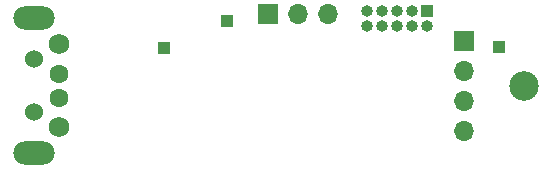
<source format=gbr>
G04 #@! TF.GenerationSoftware,KiCad,Pcbnew,6.0.2+dfsg-1*
G04 #@! TF.CreationDate,2022-03-12T18:16:22-05:00*
G04 #@! TF.ProjectId,PortaNet,506f7274-614e-4657-942e-6b696361645f,rev?*
G04 #@! TF.SameCoordinates,Original*
G04 #@! TF.FileFunction,Soldermask,Bot*
G04 #@! TF.FilePolarity,Negative*
%FSLAX46Y46*%
G04 Gerber Fmt 4.6, Leading zero omitted, Abs format (unit mm)*
G04 Created by KiCad (PCBNEW 6.0.2+dfsg-1) date 2022-03-12 18:16:22*
%MOMM*%
%LPD*%
G01*
G04 APERTURE LIST*
%ADD10C,2.500000*%
%ADD11C,1.524000*%
%ADD12C,1.750000*%
%ADD13C,1.600000*%
%ADD14O,3.500000X2.000000*%
%ADD15R,1.000000X1.000000*%
%ADD16O,1.000000X1.000000*%
%ADD17R,1.700000X1.700000*%
%ADD18O,1.700000X1.700000*%
G04 APERTURE END LIST*
D10*
X165989000Y-71120000D03*
D11*
X124460000Y-68870000D03*
X124460000Y-73370000D03*
D12*
X126560000Y-74620000D03*
D13*
X126560000Y-72120000D03*
X126560000Y-70120000D03*
D12*
X126560000Y-67620000D03*
D14*
X124460000Y-76820000D03*
X124460000Y-65420000D03*
D15*
X157744000Y-64780000D03*
D16*
X157744000Y-66050000D03*
X156474000Y-64780000D03*
X156474000Y-66050000D03*
X155204000Y-64780000D03*
X155204000Y-66050000D03*
X153934000Y-64780000D03*
X153934000Y-66050000D03*
X152664000Y-64780000D03*
X152664000Y-66050000D03*
D17*
X144287000Y-64999000D03*
D18*
X146827000Y-64999000D03*
X149367000Y-64999000D03*
D17*
X160909000Y-67310000D03*
D18*
X160909000Y-69850000D03*
X160909000Y-72390000D03*
X160909000Y-74930000D03*
D15*
X135509000Y-67945000D03*
X163830000Y-67818000D03*
X140843000Y-65659000D03*
M02*

</source>
